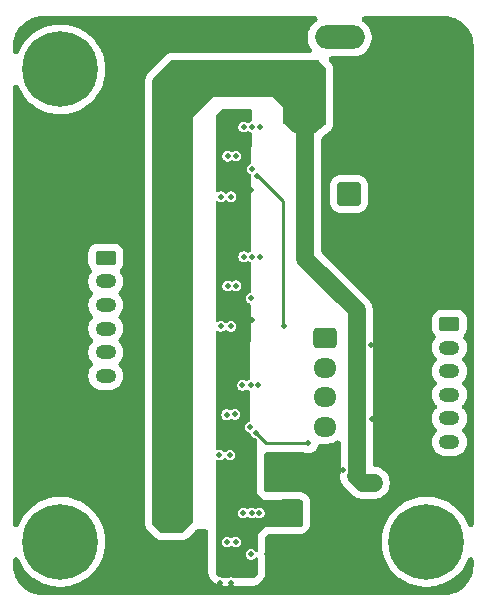
<source format=gbl>
G04 #@! TF.GenerationSoftware,KiCad,Pcbnew,9.0.4*
G04 #@! TF.CreationDate,2025-09-21T20:32:14-07:00*
G04 #@! TF.ProjectId,stepper_juicer_v1,73746570-7065-4725-9f6a-75696365725f,rev?*
G04 #@! TF.SameCoordinates,Original*
G04 #@! TF.FileFunction,Copper,L4,Bot*
G04 #@! TF.FilePolarity,Positive*
%FSLAX46Y46*%
G04 Gerber Fmt 4.6, Leading zero omitted, Abs format (unit mm)*
G04 Created by KiCad (PCBNEW 9.0.4) date 2025-09-21 20:32:14*
%MOMM*%
%LPD*%
G01*
G04 APERTURE LIST*
G04 Aperture macros list*
%AMRoundRect*
0 Rectangle with rounded corners*
0 $1 Rounding radius*
0 $2 $3 $4 $5 $6 $7 $8 $9 X,Y pos of 4 corners*
0 Add a 4 corners polygon primitive as box body*
4,1,4,$2,$3,$4,$5,$6,$7,$8,$9,$2,$3,0*
0 Add four circle primitives for the rounded corners*
1,1,$1+$1,$2,$3*
1,1,$1+$1,$4,$5*
1,1,$1+$1,$6,$7*
1,1,$1+$1,$8,$9*
0 Add four rect primitives between the rounded corners*
20,1,$1+$1,$2,$3,$4,$5,0*
20,1,$1+$1,$4,$5,$6,$7,0*
20,1,$1+$1,$6,$7,$8,$9,0*
20,1,$1+$1,$8,$9,$2,$3,0*%
G04 Aperture macros list end*
G04 #@! TA.AperFunction,ComponentPad*
%ADD10C,6.400000*%
G04 #@! TD*
G04 #@! TA.AperFunction,ComponentPad*
%ADD11R,2.000000X4.600000*%
G04 #@! TD*
G04 #@! TA.AperFunction,ComponentPad*
%ADD12O,2.000000X4.200000*%
G04 #@! TD*
G04 #@! TA.AperFunction,ComponentPad*
%ADD13O,4.200000X2.000000*%
G04 #@! TD*
G04 #@! TA.AperFunction,ComponentPad*
%ADD14O,1.750000X1.200000*%
G04 #@! TD*
G04 #@! TA.AperFunction,ComponentPad*
%ADD15RoundRect,0.250000X-0.625000X0.350000X-0.625000X-0.350000X0.625000X-0.350000X0.625000X0.350000X0*%
G04 #@! TD*
G04 #@! TA.AperFunction,ComponentPad*
%ADD16C,2.000000*%
G04 #@! TD*
G04 #@! TA.AperFunction,ComponentPad*
%ADD17RoundRect,0.250000X-0.750000X0.750000X-0.750000X-0.750000X0.750000X-0.750000X0.750000X0.750000X0*%
G04 #@! TD*
G04 #@! TA.AperFunction,SMDPad,CuDef*
%ADD18C,1.000000*%
G04 #@! TD*
G04 #@! TA.AperFunction,ComponentPad*
%ADD19RoundRect,0.250000X-0.725000X0.600000X-0.725000X-0.600000X0.725000X-0.600000X0.725000X0.600000X0*%
G04 #@! TD*
G04 #@! TA.AperFunction,ComponentPad*
%ADD20O,1.950000X1.700000*%
G04 #@! TD*
G04 #@! TA.AperFunction,ViaPad*
%ADD21C,0.500000*%
G04 #@! TD*
G04 #@! TA.AperFunction,Conductor*
%ADD22C,1.500000*%
G04 #@! TD*
G04 #@! TA.AperFunction,Conductor*
%ADD23C,0.250000*%
G04 #@! TD*
G04 APERTURE END LIST*
D10*
X135500000Y-115000000D03*
D11*
X125250000Y-77100000D03*
D12*
X131550000Y-77100000D03*
D13*
X128150000Y-72300000D03*
D10*
X104500000Y-115000000D03*
D14*
X108350000Y-100950000D03*
X108350000Y-98950000D03*
X108350000Y-96950000D03*
X108350000Y-94950000D03*
X108350000Y-92950000D03*
D15*
X108350000Y-90950000D03*
D10*
X104500000Y-75000000D03*
D16*
X128950000Y-90550000D03*
D17*
X128950000Y-85550000D03*
D14*
X137450000Y-106550000D03*
X137450000Y-104550000D03*
X137450000Y-102550000D03*
X137450000Y-100550000D03*
X137450000Y-98550000D03*
D15*
X137450000Y-96550000D03*
D18*
X119100000Y-83950000D03*
X131150000Y-82050000D03*
X125250000Y-81950000D03*
D19*
X126900000Y-97750000D03*
D20*
X126900000Y-100250000D03*
X126900000Y-102750000D03*
X126900000Y-105250000D03*
D21*
X123500000Y-72500000D03*
X118500000Y-72500000D03*
X113500000Y-72500000D03*
X108500000Y-72500000D03*
X103499999Y-79980215D03*
X103500000Y-85000000D03*
X103500000Y-90000000D03*
X103500000Y-95000000D03*
X103500000Y-100000000D03*
X103500000Y-105000000D03*
X103500000Y-110000000D03*
X108500000Y-112500000D03*
X108500000Y-117500000D03*
X131000000Y-117500000D03*
X133500000Y-110000000D03*
X138500000Y-110000000D03*
X133500000Y-72500000D03*
X133500000Y-82500000D03*
X133500000Y-87500000D03*
X133500000Y-92500000D03*
X138500000Y-92500000D03*
X138500000Y-87500000D03*
X138500000Y-82500000D03*
X138500000Y-77500000D03*
X138500000Y-72500000D03*
X124650000Y-111750000D03*
X124650000Y-113400000D03*
X124650000Y-112550000D03*
X126400000Y-116650000D03*
X126400000Y-115600000D03*
X125400000Y-115600000D03*
X128400000Y-108900000D03*
X127350000Y-108000000D03*
X127400000Y-108900000D03*
X130300000Y-110000000D03*
X129500000Y-110000000D03*
X131050000Y-110000000D03*
X130500000Y-91500000D03*
X130500000Y-90500000D03*
X131500000Y-89500000D03*
X130500000Y-89500000D03*
X131500000Y-91500000D03*
X131500000Y-90500000D03*
X134000000Y-78500000D03*
X133000000Y-76500000D03*
X135000000Y-75496510D03*
X134042718Y-76486844D03*
X134000000Y-75500000D03*
X133000000Y-78500000D03*
X135000000Y-77500000D03*
X135000000Y-78500000D03*
X135000000Y-76500000D03*
X134000000Y-77500000D03*
X133000000Y-77500000D03*
X133000000Y-75500000D03*
X130800000Y-98300000D03*
X130850000Y-104600000D03*
X121180164Y-84000000D03*
X123400000Y-96750000D03*
X121087500Y-105787500D03*
X125500000Y-106650000D03*
X118750000Y-79025000D03*
X120725000Y-79875000D03*
X113725000Y-79275000D03*
X118050000Y-79925000D03*
X120025000Y-79875000D03*
X115275000Y-78625000D03*
X115275000Y-79275000D03*
X118050000Y-79025000D03*
X114525000Y-78625000D03*
X114525000Y-79275000D03*
X118750000Y-79925000D03*
X113725000Y-78624997D03*
X120750870Y-83419513D03*
X118075000Y-85775000D03*
X118950000Y-85775000D03*
X121375000Y-79875000D03*
X120650000Y-85250000D03*
X118675000Y-82350000D03*
X119375000Y-82331233D03*
X118750000Y-90000000D03*
X120725000Y-90850000D03*
X113725000Y-90250000D03*
X118050000Y-90900000D03*
X120025000Y-90850000D03*
X115275000Y-89600000D03*
X115275000Y-90250000D03*
X118050000Y-90000000D03*
X114525000Y-89600000D03*
X114525000Y-90250000D03*
X118750000Y-90900000D03*
X113725000Y-89599997D03*
X120661461Y-94389683D03*
X118075000Y-96750000D03*
X118950000Y-96750000D03*
X121375000Y-90850000D03*
X120750000Y-96200000D03*
X118675000Y-93325000D03*
X119375000Y-93306233D03*
X113625000Y-101150000D03*
X113625000Y-100499997D03*
X115175000Y-101150000D03*
X114425000Y-100500000D03*
X115175000Y-100500000D03*
X114425000Y-101150000D03*
X117950000Y-101800000D03*
X117950000Y-100900000D03*
X118650000Y-101800000D03*
X118650000Y-100900000D03*
X119925000Y-101750000D03*
X120625000Y-101750000D03*
X120580636Y-105269874D03*
X117975000Y-107650000D03*
X118850000Y-107650000D03*
X121275000Y-101750000D03*
X120600000Y-107100000D03*
X118575000Y-104225000D03*
X119275000Y-104206233D03*
X115250000Y-111300000D03*
X115250000Y-111950000D03*
X114500000Y-111950000D03*
X113700000Y-111950000D03*
X113700000Y-111299997D03*
X114500000Y-111300000D03*
X120700000Y-112550000D03*
X118925000Y-118450000D03*
X119350000Y-115006233D03*
X121350000Y-112550000D03*
X118650000Y-115025000D03*
X120634290Y-116063247D03*
X120000000Y-112550000D03*
X118050000Y-118450000D03*
X120700000Y-117825000D03*
X118725000Y-111700000D03*
X118025000Y-112600000D03*
X118025000Y-111700000D03*
X118725000Y-112600000D03*
D22*
X130100000Y-110000000D02*
X131050000Y-110000000D01*
X129549236Y-109449236D02*
X130100000Y-110000000D01*
X129599000Y-97802529D02*
X129599000Y-98797471D01*
X129601000Y-97800529D02*
X129599000Y-97802529D01*
X129601000Y-98799471D02*
X129601000Y-109397471D01*
X129601000Y-95398976D02*
X129601000Y-97800529D01*
X129599000Y-98797471D02*
X129601000Y-98799471D01*
X125250000Y-91047976D02*
X129601000Y-95398976D01*
X129601000Y-109397471D02*
X129549236Y-109449236D01*
X125250000Y-77100000D02*
X125250000Y-91047976D01*
D23*
X121241590Y-84000000D02*
X121180164Y-84000000D01*
X123350000Y-96700000D02*
X123350000Y-86108410D01*
X123400000Y-96750000D02*
X123350000Y-96700000D01*
X123350000Y-86108410D02*
X121241590Y-84000000D01*
X125500000Y-106650000D02*
X121950000Y-106650000D01*
X121950000Y-106650000D02*
X121087500Y-105787500D01*
G04 #@! TA.AperFunction,Conductor*
G36*
X126132810Y-70519454D02*
G01*
X126213592Y-70573430D01*
X126267568Y-70654212D01*
X126286522Y-70749500D01*
X126267568Y-70844788D01*
X126213592Y-70925570D01*
X126183881Y-70950945D01*
X126007347Y-71079204D01*
X125829204Y-71257347D01*
X125681134Y-71461148D01*
X125681131Y-71461153D01*
X125681130Y-71461155D01*
X125613947Y-71593010D01*
X125566757Y-71685625D01*
X125488909Y-71925217D01*
X125449500Y-72174028D01*
X125449500Y-72425971D01*
X125488909Y-72674782D01*
X125507927Y-72733315D01*
X125566759Y-72914379D01*
X125681130Y-73138845D01*
X125681133Y-73138849D01*
X125681134Y-73138851D01*
X125743101Y-73224141D01*
X125783776Y-73312372D01*
X125787590Y-73409452D01*
X125753964Y-73500602D01*
X125688015Y-73571945D01*
X125599784Y-73612620D01*
X125541656Y-73619500D01*
X113907088Y-73619500D01*
X113838249Y-73623425D01*
X113838221Y-73623428D01*
X113810250Y-73626629D01*
X113810241Y-73626630D01*
X113728283Y-73641783D01*
X113581646Y-73700791D01*
X113520749Y-73735134D01*
X113508315Y-73742342D01*
X113508305Y-73742349D01*
X113384238Y-73840278D01*
X111900194Y-75365547D01*
X111860360Y-75410792D01*
X111845025Y-75430065D01*
X111845009Y-75430087D01*
X111802220Y-75491254D01*
X111802213Y-75491266D01*
X111738083Y-75635718D01*
X111738081Y-75635724D01*
X111718298Y-75702768D01*
X111714393Y-75716612D01*
X111714390Y-75716624D01*
X111693556Y-75873296D01*
X111693556Y-75873299D01*
X111644571Y-113420473D01*
X111649072Y-113494959D01*
X111649074Y-113494975D01*
X111652789Y-113525266D01*
X111670100Y-113612614D01*
X111731673Y-113758190D01*
X111731676Y-113758196D01*
X111767051Y-113818428D01*
X111774507Y-113830782D01*
X111874593Y-113953108D01*
X111874595Y-113953111D01*
X112624611Y-114657671D01*
X112624655Y-114657711D01*
X112638810Y-114669837D01*
X112666700Y-114693732D01*
X112679682Y-114703863D01*
X112684562Y-114707671D01*
X112741917Y-114747335D01*
X112741918Y-114747335D01*
X112741922Y-114747338D01*
X112886475Y-114811287D01*
X112953514Y-114830972D01*
X112967393Y-114834868D01*
X113124108Y-114855500D01*
X113124109Y-114855500D01*
X114778200Y-114855500D01*
X114778217Y-114855500D01*
X114839329Y-114852408D01*
X114864229Y-114849882D01*
X114938783Y-114837580D01*
X115086891Y-114782359D01*
X115148612Y-114749614D01*
X115161263Y-114742708D01*
X115287814Y-114647997D01*
X115874306Y-114075437D01*
X115930245Y-114020827D01*
X116011670Y-113967825D01*
X116104186Y-113950000D01*
X116795500Y-113950000D01*
X116890788Y-113968954D01*
X116971570Y-114022930D01*
X117025546Y-114103712D01*
X117044500Y-114199000D01*
X117044500Y-117652382D01*
X117047058Y-117707980D01*
X117047059Y-117708006D01*
X117049148Y-117730651D01*
X117049149Y-117730661D01*
X117059606Y-117799932D01*
X117112104Y-117949002D01*
X117112111Y-117949018D01*
X117143735Y-118011351D01*
X117150388Y-118024089D01*
X117150390Y-118024092D01*
X117150395Y-118024101D01*
X117242778Y-118152361D01*
X117452767Y-118375474D01*
X117506671Y-118426151D01*
X117529929Y-118445481D01*
X117601803Y-118496838D01*
X117746356Y-118560787D01*
X117813395Y-118580472D01*
X117827274Y-118584368D01*
X117983989Y-118605000D01*
X117983995Y-118605000D01*
X117984603Y-118605080D01*
X118031643Y-118615996D01*
X118039609Y-118618681D01*
X118159290Y-118668255D01*
X118221290Y-118684868D01*
X118221291Y-118684868D01*
X118378006Y-118705500D01*
X118596988Y-118705500D01*
X118596994Y-118705500D01*
X118683167Y-118699337D01*
X118718102Y-118694314D01*
X118816315Y-118671720D01*
X118822545Y-118668784D01*
X118861047Y-118659197D01*
X118898752Y-118646834D01*
X118906461Y-118647889D01*
X118916819Y-118645311D01*
X118995628Y-118654195D01*
X119010093Y-118658232D01*
X119034290Y-118668255D01*
X119096290Y-118684868D01*
X119096291Y-118684868D01*
X119253006Y-118705500D01*
X120808754Y-118705500D01*
X120808755Y-118705500D01*
X120808760Y-118705499D01*
X120808774Y-118705499D01*
X120839691Y-118703652D01*
X120880825Y-118701196D01*
X120910130Y-118697683D01*
X120995117Y-118681263D01*
X121141117Y-118620688D01*
X121201605Y-118585718D01*
X121213995Y-118578357D01*
X121337014Y-118479103D01*
X121635537Y-118165653D01*
X121673480Y-118121785D01*
X121688128Y-118103112D01*
X121720545Y-118056268D01*
X121729329Y-118043575D01*
X121729331Y-118043571D01*
X121729334Y-118043567D01*
X121793011Y-117898893D01*
X121812570Y-117831816D01*
X121816439Y-117817934D01*
X121836777Y-117661181D01*
X121834403Y-116395747D01*
X121825923Y-116295895D01*
X121819101Y-116255565D01*
X121789392Y-116144918D01*
X121785746Y-116131338D01*
X121787009Y-116130998D01*
X121772361Y-116049940D01*
X121787353Y-115969112D01*
X121789374Y-115963559D01*
X121789381Y-115963544D01*
X121808940Y-115896467D01*
X121812809Y-115882585D01*
X121833147Y-115725832D01*
X121831171Y-114673194D01*
X121831430Y-114671880D01*
X121831180Y-114670563D01*
X121840813Y-114624244D01*
X121849947Y-114577874D01*
X121850689Y-114576758D01*
X121850963Y-114575443D01*
X121877589Y-114536335D01*
X121903771Y-114496991D01*
X121905513Y-114495260D01*
X121975068Y-114426904D01*
X122056316Y-114373633D01*
X122149599Y-114355500D01*
X124769776Y-114355500D01*
X124774819Y-114355163D01*
X124850311Y-114350120D01*
X124883001Y-114345733D01*
X124940298Y-114333401D01*
X124975943Y-114325730D01*
X124975944Y-114325729D01*
X124975946Y-114325729D01*
X125120180Y-114261062D01*
X125179659Y-114224400D01*
X125191837Y-114216692D01*
X125312009Y-114114008D01*
X125468234Y-113940424D01*
X125499474Y-113902758D01*
X125511620Y-113886846D01*
X125547338Y-113834602D01*
X125549031Y-113830777D01*
X125611286Y-113690051D01*
X125611287Y-113690049D01*
X125630972Y-113623010D01*
X125634868Y-113609131D01*
X125655500Y-113452416D01*
X125655500Y-111655684D01*
X125649869Y-111573298D01*
X125645278Y-111539870D01*
X125624443Y-111445198D01*
X125558887Y-111301366D01*
X125521859Y-111242115D01*
X125514076Y-111229985D01*
X125410653Y-111110448D01*
X125262928Y-110979137D01*
X125262924Y-110979134D01*
X125262912Y-110979123D01*
X125224637Y-110947805D01*
X125208465Y-110935641D01*
X125208454Y-110935633D01*
X125155485Y-110900002D01*
X125155480Y-110899999D01*
X125155478Y-110899998D01*
X125153287Y-110899049D01*
X125149830Y-110897553D01*
X125142911Y-110894431D01*
X125135970Y-110891171D01*
X125076601Y-110858695D01*
X125050353Y-110850965D01*
X125037477Y-110844919D01*
X124946063Y-110818870D01*
X124946051Y-110818867D01*
X124943226Y-110818062D01*
X124929321Y-110814278D01*
X124925565Y-110813813D01*
X124925553Y-110813811D01*
X124919777Y-110813098D01*
X124911770Y-110811977D01*
X124897643Y-110809763D01*
X124897642Y-110809763D01*
X124817414Y-110797190D01*
X124799326Y-110798220D01*
X124785786Y-110796547D01*
X124772446Y-110794900D01*
X124772444Y-110794900D01*
X122041479Y-110816747D01*
X121995602Y-110808002D01*
X121949572Y-110799954D01*
X121947940Y-110798917D01*
X121946042Y-110798556D01*
X121867558Y-110747870D01*
X121832571Y-110714473D01*
X121776731Y-110634968D01*
X121755567Y-110540146D01*
X121755500Y-110534358D01*
X121755500Y-107624500D01*
X121774454Y-107529212D01*
X121828430Y-107448430D01*
X121909212Y-107394454D01*
X122004500Y-107375500D01*
X124982001Y-107375500D01*
X125077289Y-107394454D01*
X125094792Y-107402732D01*
X125151917Y-107426394D01*
X125251918Y-107467816D01*
X125416233Y-107500500D01*
X125416235Y-107500500D01*
X125583765Y-107500500D01*
X125583767Y-107500500D01*
X125748082Y-107467816D01*
X125902863Y-107403703D01*
X126042162Y-107310626D01*
X126160626Y-107192162D01*
X126253703Y-107052863D01*
X126317816Y-106898082D01*
X126319687Y-106888672D01*
X126356866Y-106798914D01*
X126425565Y-106730215D01*
X126515324Y-106693035D01*
X126602856Y-106691316D01*
X126617588Y-106693649D01*
X126660843Y-106700500D01*
X126660847Y-106700500D01*
X127139153Y-106700500D01*
X127139157Y-106700500D01*
X127364660Y-106664784D01*
X127581799Y-106594231D01*
X127785228Y-106490579D01*
X127855142Y-106439783D01*
X127943371Y-106399108D01*
X128040451Y-106395293D01*
X128131601Y-106428920D01*
X128202944Y-106494868D01*
X128243620Y-106583099D01*
X128250500Y-106641228D01*
X128250500Y-109036587D01*
X128246537Y-109080837D01*
X128243534Y-109097461D01*
X128231990Y-109132993D01*
X128231988Y-109133000D01*
X128231987Y-109133006D01*
X128216342Y-109231789D01*
X128198736Y-109342949D01*
X128198736Y-109342955D01*
X128198735Y-109342962D01*
X128198735Y-109345543D01*
X128198735Y-109345544D01*
X128198736Y-109417049D01*
X128198736Y-109555527D01*
X128198739Y-109555554D01*
X128212829Y-109644505D01*
X128212829Y-109644506D01*
X128231989Y-109765478D01*
X128231991Y-109765487D01*
X128266576Y-109871926D01*
X128296317Y-109963459D01*
X128297427Y-109967096D01*
X128299250Y-109971099D01*
X128301579Y-109975305D01*
X128340536Y-110051759D01*
X128394185Y-110157052D01*
X128394189Y-110157058D01*
X128394192Y-110157063D01*
X128439130Y-110218913D01*
X128439462Y-110219371D01*
X128439496Y-110219417D01*
X128439497Y-110219420D01*
X128519134Y-110329030D01*
X128545594Y-110355489D01*
X128545598Y-110355496D01*
X128545600Y-110355495D01*
X129069893Y-110879788D01*
X129069893Y-110879789D01*
X129220201Y-111030098D01*
X129220212Y-111030107D01*
X129360707Y-111132183D01*
X129360708Y-111132183D01*
X129378088Y-111144809D01*
X129392184Y-111155051D01*
X129581588Y-111251557D01*
X129783757Y-111317246D01*
X129857601Y-111328941D01*
X129993703Y-111350499D01*
X129993710Y-111350499D01*
X129993713Y-111350500D01*
X129993716Y-111350500D01*
X131156284Y-111350500D01*
X131156287Y-111350500D01*
X131156290Y-111350499D01*
X131156296Y-111350499D01*
X131255476Y-111334789D01*
X131366243Y-111317246D01*
X131568412Y-111251557D01*
X131757816Y-111155051D01*
X131929792Y-111030104D01*
X132080104Y-110879792D01*
X132205051Y-110707816D01*
X132301557Y-110518412D01*
X132367246Y-110316243D01*
X132400500Y-110106287D01*
X132400500Y-109893713D01*
X132400499Y-109893710D01*
X132400499Y-109893703D01*
X132367246Y-109683759D01*
X132367246Y-109683757D01*
X132301557Y-109481588D01*
X132205051Y-109292184D01*
X132080104Y-109120208D01*
X131929792Y-108969896D01*
X131757816Y-108844949D01*
X131568412Y-108748443D01*
X131568409Y-108748442D01*
X131568407Y-108748441D01*
X131366240Y-108682753D01*
X131161547Y-108650332D01*
X131070397Y-108616705D01*
X130999054Y-108550756D01*
X130958380Y-108462525D01*
X130951500Y-108404398D01*
X130951500Y-98693177D01*
X130950733Y-98683431D01*
X130951264Y-98683389D01*
X130949500Y-98660959D01*
X130949500Y-97939042D01*
X130951265Y-97916615D01*
X130950732Y-97916574D01*
X130951500Y-97906814D01*
X130951500Y-96126049D01*
X135974500Y-96126049D01*
X135974500Y-96973950D01*
X135974501Y-96973982D01*
X135977315Y-97015482D01*
X135977316Y-97015491D01*
X135977317Y-97015495D01*
X135990623Y-97068998D01*
X136021963Y-97195024D01*
X136021964Y-97195025D01*
X136104155Y-97360748D01*
X136104159Y-97360754D01*
X136221778Y-97507077D01*
X136266704Y-97593220D01*
X136275246Y-97689999D01*
X136246101Y-97782679D01*
X136229150Y-97809437D01*
X136148240Y-97920801D01*
X136084811Y-98045288D01*
X136062451Y-98089172D01*
X136004059Y-98268885D01*
X135974501Y-98455507D01*
X135974500Y-98455523D01*
X135974500Y-98644476D01*
X135974501Y-98644492D01*
X136004059Y-98831114D01*
X136004060Y-98831118D01*
X136062453Y-99010832D01*
X136148240Y-99179199D01*
X136259310Y-99332073D01*
X136301170Y-99373933D01*
X136355144Y-99454712D01*
X136374098Y-99550000D01*
X136355144Y-99645288D01*
X136301170Y-99726066D01*
X136259310Y-99767927D01*
X136259306Y-99767931D01*
X136170454Y-99890226D01*
X136148240Y-99920801D01*
X136084811Y-100045288D01*
X136062451Y-100089172D01*
X136004059Y-100268885D01*
X135974501Y-100455507D01*
X135974500Y-100455523D01*
X135974500Y-100644476D01*
X135974501Y-100644492D01*
X136004059Y-100831114D01*
X136004060Y-100831118D01*
X136062453Y-101010832D01*
X136148240Y-101179199D01*
X136259310Y-101332073D01*
X136301170Y-101373933D01*
X136355144Y-101454712D01*
X136374098Y-101550000D01*
X136355144Y-101645288D01*
X136301170Y-101726066D01*
X136259310Y-101767927D01*
X136259306Y-101767931D01*
X136148241Y-101920800D01*
X136062451Y-102089172D01*
X136004059Y-102268885D01*
X135974501Y-102455507D01*
X135974500Y-102455523D01*
X135974500Y-102644476D01*
X135974501Y-102644492D01*
X136004059Y-102831114D01*
X136004060Y-102831118D01*
X136062453Y-103010832D01*
X136148240Y-103179199D01*
X136259310Y-103332073D01*
X136301170Y-103373933D01*
X136355144Y-103454712D01*
X136374098Y-103550000D01*
X136355144Y-103645288D01*
X136301170Y-103726066D01*
X136259310Y-103767927D01*
X136259306Y-103767931D01*
X136148241Y-103920800D01*
X136062451Y-104089172D01*
X136004059Y-104268885D01*
X135974501Y-104455507D01*
X135974500Y-104455523D01*
X135974500Y-104644476D01*
X135974501Y-104644492D01*
X136004059Y-104831114D01*
X136004060Y-104831118D01*
X136062453Y-105010832D01*
X136148240Y-105179199D01*
X136259310Y-105332073D01*
X136301170Y-105373933D01*
X136355144Y-105454712D01*
X136374098Y-105550000D01*
X136355144Y-105645288D01*
X136301170Y-105726066D01*
X136259310Y-105767927D01*
X136259306Y-105767931D01*
X136192410Y-105860006D01*
X136148240Y-105920801D01*
X136092100Y-106030982D01*
X136062451Y-106089172D01*
X136004059Y-106268885D01*
X135974501Y-106455507D01*
X135974500Y-106455523D01*
X135974500Y-106644476D01*
X135974501Y-106644492D01*
X135988641Y-106733767D01*
X136004060Y-106831118D01*
X136062453Y-107010832D01*
X136148240Y-107179199D01*
X136259310Y-107332073D01*
X136392927Y-107465690D01*
X136545801Y-107576760D01*
X136714168Y-107662547D01*
X136893882Y-107720940D01*
X137080519Y-107750500D01*
X137080523Y-107750500D01*
X137819477Y-107750500D01*
X137819481Y-107750500D01*
X138006118Y-107720940D01*
X138185832Y-107662547D01*
X138354199Y-107576760D01*
X138507073Y-107465690D01*
X138640690Y-107332073D01*
X138751760Y-107179199D01*
X138837547Y-107010832D01*
X138895940Y-106831118D01*
X138925500Y-106644481D01*
X138925500Y-106455519D01*
X138895940Y-106268882D01*
X138837547Y-106089168D01*
X138751760Y-105920801D01*
X138640690Y-105767927D01*
X138598829Y-105726066D01*
X138544856Y-105645288D01*
X138525902Y-105550000D01*
X138544856Y-105454712D01*
X138598829Y-105373933D01*
X138640690Y-105332073D01*
X138751760Y-105179199D01*
X138837547Y-105010832D01*
X138895940Y-104831118D01*
X138925500Y-104644481D01*
X138925500Y-104455519D01*
X138895940Y-104268882D01*
X138837547Y-104089168D01*
X138751760Y-103920801D01*
X138640690Y-103767927D01*
X138598829Y-103726066D01*
X138544856Y-103645288D01*
X138525902Y-103550000D01*
X138544856Y-103454712D01*
X138598829Y-103373933D01*
X138640690Y-103332073D01*
X138751760Y-103179199D01*
X138837547Y-103010832D01*
X138895940Y-102831118D01*
X138925500Y-102644481D01*
X138925500Y-102455519D01*
X138895940Y-102268882D01*
X138837547Y-102089168D01*
X138751760Y-101920801D01*
X138640690Y-101767927D01*
X138598829Y-101726066D01*
X138544856Y-101645288D01*
X138525902Y-101550000D01*
X138544856Y-101454712D01*
X138598829Y-101373933D01*
X138640690Y-101332073D01*
X138751760Y-101179199D01*
X138837547Y-101010832D01*
X138895940Y-100831118D01*
X138925500Y-100644481D01*
X138925500Y-100455519D01*
X138895940Y-100268882D01*
X138837547Y-100089168D01*
X138751760Y-99920801D01*
X138640690Y-99767927D01*
X138598829Y-99726066D01*
X138544856Y-99645288D01*
X138525902Y-99550000D01*
X138544856Y-99454712D01*
X138598829Y-99373933D01*
X138640690Y-99332073D01*
X138751760Y-99179199D01*
X138837547Y-99010832D01*
X138895940Y-98831118D01*
X138925500Y-98644481D01*
X138925500Y-98455519D01*
X138895940Y-98268882D01*
X138837547Y-98089168D01*
X138751760Y-97920801D01*
X138670849Y-97809437D01*
X138630175Y-97721206D01*
X138626361Y-97624126D01*
X138659988Y-97532976D01*
X138678222Y-97507077D01*
X138679940Y-97504940D01*
X138795842Y-97360753D01*
X138878037Y-97195021D01*
X138922683Y-97015495D01*
X138925500Y-96973954D01*
X138925500Y-96126046D01*
X138922683Y-96084505D01*
X138878037Y-95904979D01*
X138878036Y-95904978D01*
X138878036Y-95904975D01*
X138878035Y-95904974D01*
X138795844Y-95739251D01*
X138795843Y-95739250D01*
X138795842Y-95739247D01*
X138679940Y-95595060D01*
X138535753Y-95479158D01*
X138535751Y-95479157D01*
X138535748Y-95479155D01*
X138370025Y-95396964D01*
X138370024Y-95396963D01*
X138262305Y-95370175D01*
X138190495Y-95352317D01*
X138190491Y-95352316D01*
X138190482Y-95352315D01*
X138148982Y-95349501D01*
X138148957Y-95349500D01*
X138148954Y-95349500D01*
X136751046Y-95349500D01*
X136751042Y-95349500D01*
X136751017Y-95349501D01*
X136709517Y-95352315D01*
X136709506Y-95352316D01*
X136709505Y-95352317D01*
X136673599Y-95361246D01*
X136529975Y-95396963D01*
X136529974Y-95396964D01*
X136364251Y-95479155D01*
X136364245Y-95479159D01*
X136220064Y-95595056D01*
X136220056Y-95595064D01*
X136104159Y-95739245D01*
X136104155Y-95739251D01*
X136021964Y-95904974D01*
X136021963Y-95904975D01*
X135977317Y-96084506D01*
X135977315Y-96084517D01*
X135974501Y-96126017D01*
X135974500Y-96126049D01*
X130951500Y-96126049D01*
X130951500Y-95292691D01*
X130951499Y-95292679D01*
X130918246Y-95082735D01*
X130918246Y-95082733D01*
X130852557Y-94880564D01*
X130756051Y-94691160D01*
X130631104Y-94519184D01*
X130480792Y-94368872D01*
X130480791Y-94368871D01*
X126673430Y-90561510D01*
X126619454Y-90480728D01*
X126600500Y-90385440D01*
X126600500Y-84726049D01*
X127349500Y-84726049D01*
X127349500Y-86373950D01*
X127349501Y-86373982D01*
X127352315Y-86415482D01*
X127352317Y-86415493D01*
X127396963Y-86595024D01*
X127396964Y-86595025D01*
X127479155Y-86760748D01*
X127479157Y-86760751D01*
X127479158Y-86760753D01*
X127595060Y-86904940D01*
X127739247Y-87020842D01*
X127739250Y-87020843D01*
X127739251Y-87020844D01*
X127904974Y-87103035D01*
X127904975Y-87103036D01*
X127904978Y-87103036D01*
X127904979Y-87103037D01*
X128084505Y-87147683D01*
X128084515Y-87147683D01*
X128084517Y-87147684D01*
X128119700Y-87150069D01*
X128126046Y-87150500D01*
X128126050Y-87150500D01*
X129773950Y-87150500D01*
X129773954Y-87150500D01*
X129793108Y-87149201D01*
X129815482Y-87147684D01*
X129815483Y-87147683D01*
X129815495Y-87147683D01*
X129995021Y-87103037D01*
X129995022Y-87103036D01*
X129995024Y-87103036D01*
X129995025Y-87103035D01*
X130160753Y-87020842D01*
X130304940Y-86904940D01*
X130420842Y-86760753D01*
X130503037Y-86595021D01*
X130547683Y-86415495D01*
X130550500Y-86373954D01*
X130550500Y-84726046D01*
X130547683Y-84684505D01*
X130503037Y-84504979D01*
X130503036Y-84504978D01*
X130503036Y-84504975D01*
X130503035Y-84504974D01*
X130420844Y-84339251D01*
X130420843Y-84339250D01*
X130420842Y-84339247D01*
X130304940Y-84195060D01*
X130160753Y-84079158D01*
X130160751Y-84079157D01*
X130160748Y-84079155D01*
X129995025Y-83996964D01*
X129995024Y-83996963D01*
X129887305Y-83970175D01*
X129815495Y-83952317D01*
X129815491Y-83952316D01*
X129815482Y-83952315D01*
X129773982Y-83949501D01*
X129773957Y-83949500D01*
X129773954Y-83949500D01*
X128126046Y-83949500D01*
X128126042Y-83949500D01*
X128126017Y-83949501D01*
X128084517Y-83952315D01*
X128084506Y-83952316D01*
X128084505Y-83952317D01*
X128048599Y-83961246D01*
X127904975Y-83996963D01*
X127904974Y-83996964D01*
X127739251Y-84079155D01*
X127739245Y-84079159D01*
X127595064Y-84195056D01*
X127595056Y-84195064D01*
X127479159Y-84339245D01*
X127479155Y-84339251D01*
X127396964Y-84504974D01*
X127396963Y-84504975D01*
X127352317Y-84684506D01*
X127352315Y-84684517D01*
X127349501Y-84726017D01*
X127349500Y-84726049D01*
X126600500Y-84726049D01*
X126600500Y-80881746D01*
X126619454Y-80786458D01*
X126673430Y-80705676D01*
X126691807Y-80689045D01*
X127312950Y-80180838D01*
X127381488Y-80115145D01*
X127407279Y-80086216D01*
X127472338Y-79998425D01*
X127536287Y-79853872D01*
X127555972Y-79786833D01*
X127559868Y-79772954D01*
X127580500Y-79616239D01*
X127580500Y-74924943D01*
X127577637Y-74866132D01*
X127575297Y-74842154D01*
X127563776Y-74769772D01*
X127509679Y-74621250D01*
X127477403Y-74559284D01*
X127477387Y-74559254D01*
X127470596Y-74546584D01*
X127376856Y-74419332D01*
X127376853Y-74419329D01*
X127376848Y-74419322D01*
X127283347Y-74322080D01*
X127230967Y-74240260D01*
X127213885Y-74144618D01*
X127234703Y-74049720D01*
X127290253Y-73970012D01*
X127372077Y-73917630D01*
X127462837Y-73900500D01*
X129375959Y-73900500D01*
X129375962Y-73900500D01*
X129375965Y-73900499D01*
X129375971Y-73900499D01*
X129493513Y-73881881D01*
X129624785Y-73861090D01*
X129864379Y-73783241D01*
X130088845Y-73668870D01*
X130292656Y-73520793D01*
X130470793Y-73342656D01*
X130618870Y-73138845D01*
X130733241Y-72914379D01*
X130811090Y-72674785D01*
X130831881Y-72543513D01*
X130850499Y-72425971D01*
X130850500Y-72425959D01*
X130850500Y-72174040D01*
X130850499Y-72174028D01*
X130824951Y-72012729D01*
X130811090Y-71925215D01*
X130733241Y-71685621D01*
X130618870Y-71461155D01*
X130470793Y-71257344D01*
X130292656Y-71079207D01*
X130292652Y-71079204D01*
X130116119Y-70950945D01*
X130050170Y-70879602D01*
X130016544Y-70788452D01*
X130020358Y-70691372D01*
X130061033Y-70603141D01*
X130132376Y-70537192D01*
X130223526Y-70503566D01*
X130262478Y-70500500D01*
X136934108Y-70500500D01*
X136992472Y-70500500D01*
X137007505Y-70500954D01*
X137020011Y-70501710D01*
X137286261Y-70517815D01*
X137316088Y-70521437D01*
X137583363Y-70570417D01*
X137612546Y-70577610D01*
X137871956Y-70658446D01*
X137900059Y-70669103D01*
X138147845Y-70780623D01*
X138174464Y-70794594D01*
X138406989Y-70935161D01*
X138431734Y-70952241D01*
X138645616Y-71119806D01*
X138668123Y-71139745D01*
X138860254Y-71331876D01*
X138880193Y-71354383D01*
X139047758Y-71568265D01*
X139064838Y-71593010D01*
X139205405Y-71825535D01*
X139219379Y-71852160D01*
X139330893Y-72099934D01*
X139341555Y-72128049D01*
X139422387Y-72387448D01*
X139429583Y-72416642D01*
X139478560Y-72683899D01*
X139482185Y-72713749D01*
X139499046Y-72992494D01*
X139499500Y-73007528D01*
X139499500Y-113472656D01*
X139480546Y-113567944D01*
X139426570Y-113648726D01*
X139345788Y-113702702D01*
X139250500Y-113721656D01*
X139155212Y-113702702D01*
X139074430Y-113648726D01*
X139020454Y-113567944D01*
X138939755Y-113373119D01*
X138939749Y-113373108D01*
X138763730Y-113043798D01*
X138556268Y-112733311D01*
X138319383Y-112444665D01*
X138319381Y-112444662D01*
X138055338Y-112180619D01*
X137945763Y-112090694D01*
X137766688Y-111943731D01*
X137456201Y-111736269D01*
X137126891Y-111560250D01*
X137126880Y-111560244D01*
X136781901Y-111417350D01*
X136781894Y-111417347D01*
X136781889Y-111417345D01*
X136781880Y-111417342D01*
X136424562Y-111308950D01*
X136058324Y-111236101D01*
X135686707Y-111199500D01*
X135313293Y-111199500D01*
X135313292Y-111199500D01*
X134941675Y-111236101D01*
X134575437Y-111308950D01*
X134218119Y-111417342D01*
X134218098Y-111417350D01*
X133873119Y-111560244D01*
X133873108Y-111560250D01*
X133543798Y-111736269D01*
X133233311Y-111943731D01*
X132944665Y-112180616D01*
X132680616Y-112444665D01*
X132443731Y-112733311D01*
X132236269Y-113043798D01*
X132060250Y-113373108D01*
X132060244Y-113373119D01*
X131917350Y-113718098D01*
X131917342Y-113718119D01*
X131808950Y-114075437D01*
X131736101Y-114441675D01*
X131699500Y-114813292D01*
X131699500Y-115186707D01*
X131736101Y-115558324D01*
X131808950Y-115924562D01*
X131917342Y-116281880D01*
X131917350Y-116281901D01*
X132060244Y-116626880D01*
X132060250Y-116626891D01*
X132236269Y-116956201D01*
X132443731Y-117266688D01*
X132590694Y-117445763D01*
X132680619Y-117555338D01*
X132944662Y-117819381D01*
X133102607Y-117949002D01*
X133217844Y-118043575D01*
X133233315Y-118056271D01*
X133543796Y-118263729D01*
X133847667Y-118426151D01*
X133873108Y-118439749D01*
X133873119Y-118439755D01*
X133886943Y-118445481D01*
X134218106Y-118582653D01*
X134218118Y-118582656D01*
X134218119Y-118582657D01*
X134575437Y-118691049D01*
X134793987Y-118734521D01*
X134941678Y-118763899D01*
X135313293Y-118800500D01*
X135313296Y-118800500D01*
X135686704Y-118800500D01*
X135686707Y-118800500D01*
X136058322Y-118763899D01*
X136278862Y-118720030D01*
X136424562Y-118691049D01*
X136708226Y-118605000D01*
X136781894Y-118582653D01*
X137126883Y-118439754D01*
X137456204Y-118263729D01*
X137766685Y-118056271D01*
X138055338Y-117819381D01*
X138319381Y-117555338D01*
X138556271Y-117266685D01*
X138763729Y-116956204D01*
X138939754Y-116626883D01*
X139020454Y-116432053D01*
X139041263Y-116400912D01*
X139074430Y-116351273D01*
X139149692Y-116300985D01*
X139155211Y-116297297D01*
X139250500Y-116278343D01*
X139345788Y-116297297D01*
X139426570Y-116351273D01*
X139452840Y-116390589D01*
X139480546Y-116432054D01*
X139480546Y-116432055D01*
X139499500Y-116527343D01*
X139499500Y-116992471D01*
X139499046Y-117007505D01*
X139482185Y-117286250D01*
X139478560Y-117316100D01*
X139429583Y-117583357D01*
X139422387Y-117612551D01*
X139341555Y-117871950D01*
X139330893Y-117900065D01*
X139219379Y-118147839D01*
X139205405Y-118174464D01*
X139064838Y-118406989D01*
X139047758Y-118431734D01*
X138880193Y-118645616D01*
X138860254Y-118668123D01*
X138668123Y-118860254D01*
X138645616Y-118880193D01*
X138431734Y-119047758D01*
X138406989Y-119064838D01*
X138174464Y-119205405D01*
X138147839Y-119219379D01*
X137900065Y-119330893D01*
X137871950Y-119341555D01*
X137612551Y-119422387D01*
X137583357Y-119429583D01*
X137316100Y-119478560D01*
X137286250Y-119482185D01*
X137007506Y-119499046D01*
X136992472Y-119499500D01*
X103007528Y-119499500D01*
X102992494Y-119499046D01*
X102713749Y-119482185D01*
X102683899Y-119478560D01*
X102416642Y-119429583D01*
X102387448Y-119422387D01*
X102128049Y-119341555D01*
X102099934Y-119330893D01*
X101852160Y-119219379D01*
X101825535Y-119205405D01*
X101593010Y-119064838D01*
X101568265Y-119047758D01*
X101354383Y-118880193D01*
X101331876Y-118860254D01*
X101139745Y-118668123D01*
X101119806Y-118645616D01*
X100952241Y-118431734D01*
X100935161Y-118406989D01*
X100794594Y-118174464D01*
X100780620Y-118147839D01*
X100768894Y-118121786D01*
X100669103Y-117900059D01*
X100658444Y-117871950D01*
X100642063Y-117819383D01*
X100577610Y-117612546D01*
X100570416Y-117583357D01*
X100521437Y-117316088D01*
X100517815Y-117286261D01*
X100500954Y-117007504D01*
X100500500Y-116992471D01*
X100500500Y-116527343D01*
X100519454Y-116432055D01*
X100573430Y-116351273D01*
X100654212Y-116297297D01*
X100749500Y-116278343D01*
X100844788Y-116297297D01*
X100925570Y-116351273D01*
X100979545Y-116432053D01*
X101060245Y-116626880D01*
X101060250Y-116626891D01*
X101236269Y-116956201D01*
X101443731Y-117266688D01*
X101590694Y-117445763D01*
X101680619Y-117555338D01*
X101944662Y-117819381D01*
X102102607Y-117949002D01*
X102217844Y-118043575D01*
X102233315Y-118056271D01*
X102543796Y-118263729D01*
X102847667Y-118426151D01*
X102873108Y-118439749D01*
X102873119Y-118439755D01*
X102886943Y-118445481D01*
X103218106Y-118582653D01*
X103218118Y-118582656D01*
X103218119Y-118582657D01*
X103575437Y-118691049D01*
X103793987Y-118734521D01*
X103941678Y-118763899D01*
X104313293Y-118800500D01*
X104313296Y-118800500D01*
X104686704Y-118800500D01*
X104686707Y-118800500D01*
X105058322Y-118763899D01*
X105278862Y-118720030D01*
X105424562Y-118691049D01*
X105708226Y-118605000D01*
X105781894Y-118582653D01*
X106126883Y-118439754D01*
X106456204Y-118263729D01*
X106766685Y-118056271D01*
X107055338Y-117819381D01*
X107319381Y-117555338D01*
X107556271Y-117266685D01*
X107763729Y-116956204D01*
X107939754Y-116626883D01*
X108082653Y-116281894D01*
X108149150Y-116062684D01*
X108191049Y-115924562D01*
X108230579Y-115725832D01*
X108263899Y-115558322D01*
X108300500Y-115186707D01*
X108300500Y-114813293D01*
X108263899Y-114441678D01*
X108220676Y-114224383D01*
X108191049Y-114075437D01*
X108082657Y-113718119D01*
X108082656Y-113718118D01*
X108082653Y-113718106D01*
X107968333Y-113442114D01*
X107939755Y-113373119D01*
X107939749Y-113373108D01*
X107763730Y-113043798D01*
X107556268Y-112733311D01*
X107319383Y-112444665D01*
X107319381Y-112444662D01*
X107055338Y-112180619D01*
X106945763Y-112090694D01*
X106766688Y-111943731D01*
X106456201Y-111736269D01*
X106126891Y-111560250D01*
X106126880Y-111560244D01*
X105781901Y-111417350D01*
X105781894Y-111417347D01*
X105781889Y-111417345D01*
X105781880Y-111417342D01*
X105424562Y-111308950D01*
X105058324Y-111236101D01*
X104686707Y-111199500D01*
X104313293Y-111199500D01*
X104313292Y-111199500D01*
X103941675Y-111236101D01*
X103575437Y-111308950D01*
X103218119Y-111417342D01*
X103218098Y-111417350D01*
X102873119Y-111560244D01*
X102873108Y-111560250D01*
X102543798Y-111736269D01*
X102233311Y-111943731D01*
X101944665Y-112180616D01*
X101680616Y-112444665D01*
X101443731Y-112733311D01*
X101236269Y-113043798D01*
X101060250Y-113373108D01*
X101060244Y-113373119D01*
X100979546Y-113567944D01*
X100925570Y-113648726D01*
X100844788Y-113702702D01*
X100749500Y-113721656D01*
X100654212Y-113702702D01*
X100573430Y-113648726D01*
X100519454Y-113567944D01*
X100500500Y-113472656D01*
X100500500Y-90526049D01*
X106874500Y-90526049D01*
X106874500Y-91373950D01*
X106874501Y-91373982D01*
X106877315Y-91415482D01*
X106877317Y-91415493D01*
X106921963Y-91595024D01*
X106921964Y-91595025D01*
X107004155Y-91760748D01*
X107004159Y-91760754D01*
X107121778Y-91907077D01*
X107166704Y-91993220D01*
X107175246Y-92089999D01*
X107146101Y-92182679D01*
X107129151Y-92209437D01*
X107048241Y-92320800D01*
X106962451Y-92489172D01*
X106904059Y-92668885D01*
X106874501Y-92855507D01*
X106874500Y-92855523D01*
X106874500Y-93044476D01*
X106874501Y-93044492D01*
X106904059Y-93231114D01*
X106904060Y-93231118D01*
X106962453Y-93410832D01*
X107048240Y-93579199D01*
X107159310Y-93732073D01*
X107201170Y-93773933D01*
X107255144Y-93854712D01*
X107274098Y-93950000D01*
X107255144Y-94045288D01*
X107201170Y-94126066D01*
X107159310Y-94167927D01*
X107159306Y-94167931D01*
X107070454Y-94290226D01*
X107048240Y-94320801D01*
X107023747Y-94368872D01*
X106962451Y-94489172D01*
X106904059Y-94668885D01*
X106874501Y-94855507D01*
X106874500Y-94855523D01*
X106874500Y-95044476D01*
X106874501Y-95044492D01*
X106904059Y-95231114D01*
X106957946Y-95396963D01*
X106962453Y-95410832D01*
X107048240Y-95579199D01*
X107159310Y-95732073D01*
X107201170Y-95773933D01*
X107255144Y-95854712D01*
X107274098Y-95950000D01*
X107255144Y-96045288D01*
X107201170Y-96126066D01*
X107159310Y-96167927D01*
X107159306Y-96167931D01*
X107092119Y-96260407D01*
X107048240Y-96320801D01*
X106962453Y-96489168D01*
X106962451Y-96489172D01*
X106904059Y-96668885D01*
X106874501Y-96855507D01*
X106874500Y-96855523D01*
X106874500Y-97044476D01*
X106874501Y-97044492D01*
X106904059Y-97231114D01*
X106904060Y-97231118D01*
X106906814Y-97239593D01*
X106946181Y-97360754D01*
X106962453Y-97410832D01*
X107048240Y-97579199D01*
X107078496Y-97620842D01*
X107151414Y-97721206D01*
X107159310Y-97732073D01*
X107201170Y-97773933D01*
X107255144Y-97854712D01*
X107274098Y-97950000D01*
X107255144Y-98045288D01*
X107201170Y-98126066D01*
X107159310Y-98167927D01*
X107159306Y-98167931D01*
X107048241Y-98320800D01*
X106962451Y-98489172D01*
X106904059Y-98668885D01*
X106874501Y-98855507D01*
X106874500Y-98855523D01*
X106874500Y-99044476D01*
X106874501Y-99044492D01*
X106904059Y-99231114D01*
X106950462Y-99373930D01*
X106962453Y-99410832D01*
X107048240Y-99579199D01*
X107088281Y-99634310D01*
X107154948Y-99726070D01*
X107159310Y-99732073D01*
X107201170Y-99773933D01*
X107255144Y-99854712D01*
X107274098Y-99950000D01*
X107255144Y-100045288D01*
X107201170Y-100126066D01*
X107159310Y-100167927D01*
X107159306Y-100167931D01*
X107048241Y-100320800D01*
X106962451Y-100489172D01*
X106904059Y-100668885D01*
X106874501Y-100855507D01*
X106874500Y-100855523D01*
X106874500Y-101044476D01*
X106874501Y-101044492D01*
X106904059Y-101231114D01*
X106950462Y-101373930D01*
X106962453Y-101410832D01*
X107048240Y-101579199D01*
X107088281Y-101634310D01*
X107154948Y-101726070D01*
X107159310Y-101732073D01*
X107292927Y-101865690D01*
X107445801Y-101976760D01*
X107614168Y-102062547D01*
X107793882Y-102120940D01*
X107980519Y-102150500D01*
X107980523Y-102150500D01*
X108719477Y-102150500D01*
X108719481Y-102150500D01*
X108906118Y-102120940D01*
X109085832Y-102062547D01*
X109254199Y-101976760D01*
X109407073Y-101865690D01*
X109540690Y-101732073D01*
X109651760Y-101579199D01*
X109737547Y-101410832D01*
X109795940Y-101231118D01*
X109825500Y-101044481D01*
X109825500Y-100855519D01*
X109795940Y-100668882D01*
X109737547Y-100489168D01*
X109651760Y-100320801D01*
X109540690Y-100167927D01*
X109498829Y-100126066D01*
X109444856Y-100045288D01*
X109425902Y-99950000D01*
X109444856Y-99854712D01*
X109498829Y-99773933D01*
X109540690Y-99732073D01*
X109651760Y-99579199D01*
X109737547Y-99410832D01*
X109795940Y-99231118D01*
X109825500Y-99044481D01*
X109825500Y-98855519D01*
X109795940Y-98668882D01*
X109737547Y-98489168D01*
X109651760Y-98320801D01*
X109540690Y-98167927D01*
X109498829Y-98126066D01*
X109444856Y-98045288D01*
X109425902Y-97950000D01*
X109444856Y-97854712D01*
X109498829Y-97773933D01*
X109540690Y-97732073D01*
X109651760Y-97579199D01*
X109737547Y-97410832D01*
X109795940Y-97231118D01*
X109825500Y-97044481D01*
X109825500Y-96855519D01*
X109795940Y-96668882D01*
X109737547Y-96489168D01*
X109651760Y-96320801D01*
X109540690Y-96167927D01*
X109498829Y-96126066D01*
X109444856Y-96045288D01*
X109425902Y-95950000D01*
X109444856Y-95854712D01*
X109498829Y-95773933D01*
X109540690Y-95732073D01*
X109651760Y-95579199D01*
X109737547Y-95410832D01*
X109795940Y-95231118D01*
X109825500Y-95044481D01*
X109825500Y-94855519D01*
X109795940Y-94668882D01*
X109737547Y-94489168D01*
X109651760Y-94320801D01*
X109540690Y-94167927D01*
X109498829Y-94126066D01*
X109444856Y-94045288D01*
X109425902Y-93950000D01*
X109444856Y-93854712D01*
X109498829Y-93773933D01*
X109540690Y-93732073D01*
X109651760Y-93579199D01*
X109737547Y-93410832D01*
X109795940Y-93231118D01*
X109825500Y-93044481D01*
X109825500Y-92855519D01*
X109795940Y-92668882D01*
X109737547Y-92489168D01*
X109651760Y-92320801D01*
X109570849Y-92209437D01*
X109530175Y-92121206D01*
X109526361Y-92024126D01*
X109559988Y-91932976D01*
X109578222Y-91907077D01*
X109579940Y-91904940D01*
X109695842Y-91760753D01*
X109778037Y-91595021D01*
X109822683Y-91415495D01*
X109825500Y-91373954D01*
X109825500Y-90526046D01*
X109825069Y-90519700D01*
X109822684Y-90484517D01*
X109822683Y-90484515D01*
X109822683Y-90484505D01*
X109778037Y-90304979D01*
X109778036Y-90304978D01*
X109778036Y-90304975D01*
X109778035Y-90304974D01*
X109695844Y-90139251D01*
X109695843Y-90139250D01*
X109695842Y-90139247D01*
X109579940Y-89995060D01*
X109435753Y-89879158D01*
X109435751Y-89879157D01*
X109435748Y-89879155D01*
X109270025Y-89796964D01*
X109270024Y-89796963D01*
X109162305Y-89770175D01*
X109090495Y-89752317D01*
X109090491Y-89752316D01*
X109090482Y-89752315D01*
X109048982Y-89749501D01*
X109048957Y-89749500D01*
X109048954Y-89749500D01*
X107651046Y-89749500D01*
X107651042Y-89749500D01*
X107651017Y-89749501D01*
X107609517Y-89752315D01*
X107609506Y-89752316D01*
X107609505Y-89752317D01*
X107573599Y-89761246D01*
X107429975Y-89796963D01*
X107429974Y-89796964D01*
X107264251Y-89879155D01*
X107264245Y-89879159D01*
X107120064Y-89995056D01*
X107120056Y-89995064D01*
X107004159Y-90139245D01*
X107004155Y-90139251D01*
X106921964Y-90304974D01*
X106921963Y-90304975D01*
X106901953Y-90385440D01*
X106878257Y-90480728D01*
X106877317Y-90484506D01*
X106877315Y-90484517D01*
X106874501Y-90526017D01*
X106874500Y-90526049D01*
X100500500Y-90526049D01*
X100500500Y-76527343D01*
X100519454Y-76432055D01*
X100573430Y-76351273D01*
X100654212Y-76297297D01*
X100749500Y-76278343D01*
X100844788Y-76297297D01*
X100925570Y-76351273D01*
X100979545Y-76432053D01*
X101060246Y-76626883D01*
X101236271Y-76956204D01*
X101443729Y-77266685D01*
X101680619Y-77555338D01*
X101944662Y-77819381D01*
X102233315Y-78056271D01*
X102543796Y-78263729D01*
X102873117Y-78439754D01*
X103218106Y-78582653D01*
X103218118Y-78582656D01*
X103218119Y-78582657D01*
X103575437Y-78691049D01*
X103793987Y-78734521D01*
X103941678Y-78763899D01*
X104313293Y-78800500D01*
X104313296Y-78800500D01*
X104686704Y-78800500D01*
X104686707Y-78800500D01*
X105058322Y-78763899D01*
X105278862Y-78720030D01*
X105424562Y-78691049D01*
X105678541Y-78614004D01*
X105781894Y-78582653D01*
X106126883Y-78439754D01*
X106456204Y-78263729D01*
X106766685Y-78056271D01*
X107055338Y-77819381D01*
X107319381Y-77555338D01*
X107556271Y-77266685D01*
X107763729Y-76956204D01*
X107939754Y-76626883D01*
X108082653Y-76281894D01*
X108114004Y-76178541D01*
X108191049Y-75924562D01*
X108232413Y-75716612D01*
X108263899Y-75558322D01*
X108300500Y-75186707D01*
X108300500Y-74813293D01*
X108263899Y-74441678D01*
X108223834Y-74240260D01*
X108191049Y-74075437D01*
X108082657Y-73718119D01*
X108082656Y-73718118D01*
X108082653Y-73718106D01*
X107968333Y-73442114D01*
X107939755Y-73373119D01*
X107939749Y-73373108D01*
X107814533Y-73138845D01*
X107763729Y-73043796D01*
X107556271Y-72733315D01*
X107508234Y-72674782D01*
X107466346Y-72623740D01*
X107319381Y-72444662D01*
X107055338Y-72180619D01*
X106945763Y-72090694D01*
X106766688Y-71943731D01*
X106456201Y-71736269D01*
X106126891Y-71560250D01*
X106126880Y-71560244D01*
X105781901Y-71417350D01*
X105781894Y-71417347D01*
X105781889Y-71417345D01*
X105781880Y-71417342D01*
X105424562Y-71308950D01*
X105058324Y-71236101D01*
X104686707Y-71199500D01*
X104313293Y-71199500D01*
X104313292Y-71199500D01*
X103941675Y-71236101D01*
X103575437Y-71308950D01*
X103218119Y-71417342D01*
X103218098Y-71417350D01*
X102873119Y-71560244D01*
X102873108Y-71560250D01*
X102543798Y-71736269D01*
X102233311Y-71943731D01*
X101944665Y-72180616D01*
X101680616Y-72444665D01*
X101443731Y-72733311D01*
X101236269Y-73043798D01*
X101060250Y-73373108D01*
X101060244Y-73373119D01*
X100979546Y-73567944D01*
X100925570Y-73648726D01*
X100844788Y-73702702D01*
X100749500Y-73721656D01*
X100654212Y-73702702D01*
X100573430Y-73648726D01*
X100519454Y-73567944D01*
X100500500Y-73472656D01*
X100500500Y-73007528D01*
X100500954Y-72992495D01*
X100516631Y-72733315D01*
X100517815Y-72713736D01*
X100521437Y-72683913D01*
X100570418Y-72416632D01*
X100577609Y-72387457D01*
X100658448Y-72128037D01*
X100669101Y-72099945D01*
X100780626Y-71852147D01*
X100794589Y-71825543D01*
X100935161Y-71593010D01*
X100952241Y-71568265D01*
X101119813Y-71354374D01*
X101139737Y-71331884D01*
X101331884Y-71139737D01*
X101354374Y-71119813D01*
X101568268Y-70952238D01*
X101593010Y-70935161D01*
X101630926Y-70912240D01*
X101825543Y-70794589D01*
X101852147Y-70780626D01*
X102099945Y-70669101D01*
X102128037Y-70658448D01*
X102387457Y-70577609D01*
X102416632Y-70570418D01*
X102683913Y-70521437D01*
X102713736Y-70517815D01*
X102980895Y-70501655D01*
X102992495Y-70500954D01*
X103007528Y-70500500D01*
X103065892Y-70500500D01*
X126037522Y-70500500D01*
X126132810Y-70519454D01*
G37*
G04 #@! TD.AperFunction*
G04 #@! TA.AperFunction,Conductor*
G36*
X120633578Y-78394685D02*
G01*
X120648731Y-78406155D01*
X120654949Y-78411660D01*
X120692093Y-78470836D01*
X120696749Y-78505051D01*
X120693109Y-79322556D01*
X120673126Y-79389507D01*
X120622462Y-79433939D01*
X120612187Y-79438836D01*
X120551114Y-79455201D01*
X120448387Y-79514511D01*
X120443803Y-79519094D01*
X120428352Y-79526459D01*
X120406222Y-79530012D01*
X120385311Y-79538095D01*
X120372389Y-79535444D01*
X120359366Y-79537535D01*
X120338825Y-79528557D01*
X120316867Y-79524053D01*
X120305615Y-79516822D01*
X120301614Y-79514512D01*
X120301613Y-79514511D01*
X120198886Y-79455201D01*
X120084309Y-79424500D01*
X119965691Y-79424500D01*
X119851114Y-79455201D01*
X119851112Y-79455201D01*
X119851112Y-79455202D01*
X119748387Y-79514511D01*
X119748384Y-79514513D01*
X119664513Y-79598384D01*
X119664511Y-79598387D01*
X119605201Y-79701114D01*
X119574500Y-79815691D01*
X119574500Y-79934309D01*
X119605201Y-80048886D01*
X119664511Y-80151613D01*
X119748387Y-80235489D01*
X119851114Y-80294799D01*
X119965691Y-80325500D01*
X119965694Y-80325500D01*
X120084306Y-80325500D01*
X120084309Y-80325500D01*
X120198886Y-80294799D01*
X120301613Y-80235489D01*
X120301614Y-80235487D01*
X120308651Y-80231425D01*
X120309662Y-80233177D01*
X120364671Y-80211906D01*
X120428846Y-80223776D01*
X120443959Y-80231061D01*
X120448387Y-80235489D01*
X120551114Y-80294799D01*
X120607544Y-80309919D01*
X120618038Y-80314978D01*
X120635663Y-80330904D01*
X120655946Y-80343267D01*
X120661109Y-80353897D01*
X120669879Y-80361821D01*
X120676096Y-80384747D01*
X120686475Y-80406114D01*
X120688191Y-80427229D01*
X120677277Y-82878243D01*
X120657294Y-82945194D01*
X120604287Y-82990714D01*
X120585377Y-82997464D01*
X120576991Y-82999711D01*
X120576984Y-82999714D01*
X120474260Y-83059022D01*
X120474254Y-83059026D01*
X120390383Y-83142897D01*
X120390381Y-83142900D01*
X120331071Y-83245627D01*
X120300370Y-83360204D01*
X120300370Y-83478822D01*
X120331071Y-83593399D01*
X120390381Y-83696126D01*
X120474257Y-83780002D01*
X120576984Y-83839312D01*
X120580555Y-83840268D01*
X120583229Y-83841898D01*
X120584488Y-83842420D01*
X120584406Y-83842616D01*
X120640214Y-83876633D01*
X120670743Y-83939480D01*
X120672459Y-83960595D01*
X120644186Y-90310665D01*
X120624203Y-90377616D01*
X120579691Y-90418903D01*
X120566641Y-90426040D01*
X120551114Y-90430201D01*
X120448387Y-90489511D01*
X120445717Y-90492180D01*
X120434504Y-90498314D01*
X120409341Y-90503806D01*
X120385311Y-90513095D01*
X120375761Y-90511135D01*
X120366241Y-90513214D01*
X120342104Y-90504230D01*
X120316867Y-90499053D01*
X120305615Y-90491822D01*
X120301614Y-90489512D01*
X120301613Y-90489511D01*
X120198886Y-90430201D01*
X120084309Y-90399500D01*
X119965691Y-90399500D01*
X119851114Y-90430201D01*
X119851112Y-90430201D01*
X119851112Y-90430202D01*
X119748387Y-90489511D01*
X119748384Y-90489513D01*
X119664513Y-90573384D01*
X119664511Y-90573387D01*
X119605201Y-90676114D01*
X119574500Y-90790691D01*
X119574500Y-90909309D01*
X119605201Y-91023886D01*
X119664511Y-91126613D01*
X119748387Y-91210489D01*
X119851114Y-91269799D01*
X119965691Y-91300500D01*
X119965694Y-91300500D01*
X120084306Y-91300500D01*
X120084309Y-91300500D01*
X120198886Y-91269799D01*
X120301613Y-91210489D01*
X120301614Y-91210487D01*
X120308651Y-91206425D01*
X120309662Y-91208177D01*
X120364671Y-91186906D01*
X120433117Y-91200938D01*
X120435298Y-91202123D01*
X120445947Y-91208049D01*
X120448387Y-91210489D01*
X120551114Y-91269799D01*
X120562289Y-91272793D01*
X120575683Y-91280247D01*
X120589865Y-91294659D01*
X120607131Y-91305181D01*
X120613871Y-91319053D01*
X120624690Y-91330047D01*
X120628829Y-91349838D01*
X120637666Y-91368025D01*
X120639384Y-91389151D01*
X120628483Y-93837531D01*
X120608500Y-93904482D01*
X120555493Y-93950002D01*
X120536582Y-93956752D01*
X120487575Y-93969884D01*
X120487573Y-93969884D01*
X120487573Y-93969885D01*
X120384848Y-94029194D01*
X120384845Y-94029196D01*
X120300974Y-94113067D01*
X120300972Y-94113070D01*
X120241662Y-94215797D01*
X120210961Y-94330374D01*
X120210961Y-94448992D01*
X120241662Y-94563569D01*
X120300972Y-94666296D01*
X120384848Y-94750172D01*
X120487575Y-94809482D01*
X120531663Y-94821295D01*
X120591322Y-94857658D01*
X120621852Y-94920504D01*
X120623568Y-94941621D01*
X120595717Y-101196858D01*
X120575734Y-101263809D01*
X120524817Y-101308362D01*
X120514666Y-101313172D01*
X120451114Y-101330201D01*
X120348387Y-101389511D01*
X120343720Y-101394177D01*
X120328099Y-101401580D01*
X120306093Y-101405061D01*
X120285311Y-101413095D01*
X120272253Y-101410416D01*
X120259088Y-101412499D01*
X120238693Y-101403531D01*
X120216867Y-101399053D01*
X120205615Y-101391822D01*
X120201614Y-101389512D01*
X120201613Y-101389511D01*
X120098886Y-101330201D01*
X119984309Y-101299500D01*
X119865691Y-101299500D01*
X119751114Y-101330201D01*
X119751112Y-101330201D01*
X119751112Y-101330202D01*
X119648387Y-101389511D01*
X119648384Y-101389513D01*
X119564513Y-101473384D01*
X119564511Y-101473387D01*
X119505201Y-101576114D01*
X119474500Y-101690691D01*
X119474500Y-101809309D01*
X119505201Y-101923886D01*
X119564511Y-102026613D01*
X119648387Y-102110489D01*
X119751114Y-102169799D01*
X119865691Y-102200500D01*
X119865694Y-102200500D01*
X119984306Y-102200500D01*
X119984309Y-102200500D01*
X120098886Y-102169799D01*
X120201613Y-102110489D01*
X120201614Y-102110487D01*
X120208651Y-102106425D01*
X120209662Y-102108177D01*
X120264671Y-102086906D01*
X120328582Y-102098649D01*
X120343874Y-102105976D01*
X120348387Y-102110489D01*
X120451114Y-102169799D01*
X120510003Y-102185578D01*
X120520375Y-102190548D01*
X120538143Y-102206527D01*
X120558547Y-102218964D01*
X120563647Y-102229463D01*
X120572327Y-102237269D01*
X120578635Y-102260318D01*
X120589076Y-102281811D01*
X120590792Y-102302926D01*
X120580080Y-104709034D01*
X120560097Y-104775985D01*
X120507090Y-104821505D01*
X120488177Y-104828256D01*
X120406750Y-104850075D01*
X120406749Y-104850075D01*
X120406747Y-104850076D01*
X120304023Y-104909385D01*
X120304020Y-104909387D01*
X120220149Y-104993258D01*
X120220147Y-104993261D01*
X120160837Y-105095988D01*
X120130136Y-105210565D01*
X120130136Y-105329183D01*
X120160837Y-105443760D01*
X120220147Y-105546487D01*
X120304023Y-105630363D01*
X120406750Y-105689673D01*
X120483183Y-105710153D01*
X120542842Y-105746517D01*
X120555699Y-105763350D01*
X120575248Y-105794068D01*
X120575000Y-105850000D01*
X120610987Y-105850223D01*
X120647264Y-105907224D01*
X120649806Y-105916025D01*
X120655764Y-105922988D01*
X120662427Y-105941706D01*
X120667699Y-105961382D01*
X120667700Y-105961385D01*
X120667701Y-105961386D01*
X120727011Y-106064113D01*
X120810887Y-106147989D01*
X120913614Y-106207299D01*
X121028191Y-106238000D01*
X121028194Y-106238000D01*
X121036251Y-106239061D01*
X121036003Y-106240937D01*
X121093039Y-106257685D01*
X121138794Y-106310489D01*
X121150000Y-106362000D01*
X121150000Y-110900000D01*
X121700000Y-111425000D01*
X124777290Y-111400381D01*
X124803887Y-111407960D01*
X124831214Y-111412243D01*
X124840542Y-111418406D01*
X124844483Y-111419529D01*
X124860656Y-111431694D01*
X125008381Y-111563005D01*
X125045409Y-111622256D01*
X125050000Y-111655684D01*
X125050000Y-113452416D01*
X125030315Y-113519455D01*
X125018169Y-113535367D01*
X124861944Y-113708951D01*
X124802465Y-113745613D01*
X124769775Y-113750000D01*
X121799998Y-113750000D01*
X121224999Y-114315087D01*
X121227648Y-115726968D01*
X121208089Y-115794045D01*
X121155371Y-115839899D01*
X121086231Y-115849972D01*
X121022621Y-115821066D01*
X120996261Y-115789201D01*
X120994779Y-115786634D01*
X120910903Y-115702758D01*
X120808176Y-115643448D01*
X120693599Y-115612747D01*
X120574981Y-115612747D01*
X120460404Y-115643448D01*
X120460402Y-115643448D01*
X120460402Y-115643449D01*
X120357677Y-115702758D01*
X120357674Y-115702760D01*
X120273803Y-115786631D01*
X120273801Y-115786634D01*
X120214491Y-115889361D01*
X120183790Y-116003938D01*
X120183790Y-116122556D01*
X120214491Y-116237133D01*
X120273801Y-116339860D01*
X120357677Y-116423736D01*
X120460404Y-116483046D01*
X120574981Y-116513747D01*
X120574984Y-116513747D01*
X120693596Y-116513747D01*
X120693599Y-116513747D01*
X120808176Y-116483046D01*
X120910903Y-116423736D01*
X120994779Y-116339860D01*
X120997516Y-116335118D01*
X121048077Y-116286904D01*
X121116684Y-116273677D01*
X121181550Y-116299641D01*
X121222082Y-116356553D01*
X121228904Y-116396883D01*
X121231278Y-117662317D01*
X121211719Y-117729394D01*
X121197071Y-117748067D01*
X120898548Y-118061517D01*
X120838060Y-118096487D01*
X120808755Y-118100000D01*
X119253006Y-118100000D01*
X119191006Y-118083387D01*
X119098886Y-118030201D01*
X118984309Y-117999500D01*
X118865691Y-117999500D01*
X118751114Y-118030201D01*
X118658993Y-118083387D01*
X118643505Y-118087537D01*
X118631929Y-118094977D01*
X118596994Y-118100000D01*
X118378006Y-118100000D01*
X118316006Y-118083387D01*
X118223886Y-118030201D01*
X118109309Y-117999500D01*
X117990691Y-117999500D01*
X117983989Y-117999500D01*
X117916950Y-117979815D01*
X117893692Y-117960485D01*
X117683703Y-117737372D01*
X117652091Y-117675063D01*
X117650000Y-117652387D01*
X117650000Y-114965691D01*
X118199500Y-114965691D01*
X118199500Y-115084309D01*
X118230201Y-115198886D01*
X118289511Y-115301613D01*
X118373387Y-115385489D01*
X118476114Y-115444799D01*
X118590691Y-115475500D01*
X118590694Y-115475500D01*
X118709306Y-115475500D01*
X118709309Y-115475500D01*
X118823886Y-115444799D01*
X118926613Y-115385489D01*
X118926615Y-115385486D01*
X118926620Y-115385484D01*
X118933064Y-115380540D01*
X118934243Y-115382077D01*
X118986262Y-115353666D01*
X119055954Y-115358642D01*
X119074636Y-115367443D01*
X119176108Y-115426029D01*
X119176109Y-115426030D01*
X119176111Y-115426030D01*
X119176114Y-115426032D01*
X119290691Y-115456733D01*
X119290694Y-115456733D01*
X119409306Y-115456733D01*
X119409309Y-115456733D01*
X119523886Y-115426032D01*
X119626613Y-115366722D01*
X119710489Y-115282846D01*
X119769799Y-115180119D01*
X119800500Y-115065542D01*
X119800500Y-114946924D01*
X119769799Y-114832347D01*
X119710489Y-114729620D01*
X119626613Y-114645744D01*
X119523886Y-114586434D01*
X119409309Y-114555733D01*
X119290691Y-114555733D01*
X119176114Y-114586434D01*
X119176112Y-114586434D01*
X119176112Y-114586435D01*
X119073387Y-114645744D01*
X119066941Y-114650691D01*
X119065763Y-114649156D01*
X119013708Y-114677572D01*
X118944017Y-114672579D01*
X118925364Y-114663790D01*
X118902676Y-114650691D01*
X118823886Y-114605201D01*
X118709309Y-114574500D01*
X118590691Y-114574500D01*
X118476114Y-114605201D01*
X118476112Y-114605201D01*
X118476112Y-114605202D01*
X118373387Y-114664511D01*
X118373384Y-114664513D01*
X118289513Y-114748384D01*
X118289511Y-114748387D01*
X118230201Y-114851114D01*
X118199500Y-114965691D01*
X117650000Y-114965691D01*
X117650000Y-112490691D01*
X119549500Y-112490691D01*
X119549500Y-112609309D01*
X119580201Y-112723886D01*
X119639511Y-112826613D01*
X119723387Y-112910489D01*
X119826114Y-112969799D01*
X119940691Y-113000500D01*
X119940694Y-113000500D01*
X120059306Y-113000500D01*
X120059309Y-113000500D01*
X120173886Y-112969799D01*
X120276613Y-112910489D01*
X120276614Y-112910487D01*
X120283651Y-112906425D01*
X120284662Y-112908177D01*
X120339671Y-112886906D01*
X120408117Y-112900938D01*
X120419367Y-112908167D01*
X120423384Y-112910486D01*
X120423387Y-112910489D01*
X120526114Y-112969799D01*
X120640691Y-113000500D01*
X120640694Y-113000500D01*
X120759306Y-113000500D01*
X120759309Y-113000500D01*
X120873886Y-112969799D01*
X120873888Y-112969797D01*
X120873890Y-112969797D01*
X120873891Y-112969796D01*
X120962999Y-112918349D01*
X121030899Y-112901875D01*
X121087001Y-112918349D01*
X121176108Y-112969796D01*
X121176109Y-112969797D01*
X121176111Y-112969797D01*
X121176114Y-112969799D01*
X121290691Y-113000500D01*
X121290694Y-113000500D01*
X121409306Y-113000500D01*
X121409309Y-113000500D01*
X121523886Y-112969799D01*
X121626613Y-112910489D01*
X121710489Y-112826613D01*
X121769799Y-112723886D01*
X121800500Y-112609309D01*
X121800500Y-112490691D01*
X121769799Y-112376114D01*
X121710489Y-112273387D01*
X121626613Y-112189511D01*
X121523886Y-112130201D01*
X121409309Y-112099500D01*
X121290691Y-112099500D01*
X121176114Y-112130201D01*
X121176112Y-112130201D01*
X121176112Y-112130202D01*
X121087001Y-112181651D01*
X121019100Y-112198124D01*
X120962999Y-112181651D01*
X120873886Y-112130201D01*
X120759309Y-112099500D01*
X120640691Y-112099500D01*
X120526114Y-112130201D01*
X120423387Y-112189511D01*
X120423385Y-112189512D01*
X120416349Y-112193575D01*
X120415338Y-112191824D01*
X120360311Y-112213095D01*
X120291867Y-112199053D01*
X120280615Y-112191822D01*
X120276614Y-112189512D01*
X120276613Y-112189511D01*
X120173886Y-112130201D01*
X120059309Y-112099500D01*
X119940691Y-112099500D01*
X119826114Y-112130201D01*
X119826112Y-112130201D01*
X119826112Y-112130202D01*
X119723387Y-112189511D01*
X119723384Y-112189513D01*
X119639513Y-112273384D01*
X119639511Y-112273387D01*
X119580201Y-112376114D01*
X119549500Y-112490691D01*
X117650000Y-112490691D01*
X117650000Y-108190907D01*
X117669685Y-108123868D01*
X117722489Y-108078113D01*
X117791647Y-108068169D01*
X117806071Y-108071127D01*
X117915691Y-108100500D01*
X117915694Y-108100500D01*
X118034306Y-108100500D01*
X118034309Y-108100500D01*
X118148886Y-108069799D01*
X118251613Y-108010489D01*
X118324819Y-107937283D01*
X118386142Y-107903798D01*
X118455834Y-107908782D01*
X118500181Y-107937283D01*
X118573387Y-108010489D01*
X118676114Y-108069799D01*
X118790691Y-108100500D01*
X118790694Y-108100500D01*
X118909306Y-108100500D01*
X118909309Y-108100500D01*
X119023886Y-108069799D01*
X119126613Y-108010489D01*
X119210489Y-107926613D01*
X119269799Y-107823886D01*
X119300500Y-107709309D01*
X119300500Y-107590691D01*
X119269799Y-107476114D01*
X119210489Y-107373387D01*
X119126613Y-107289511D01*
X119023886Y-107230201D01*
X118909309Y-107199500D01*
X118790691Y-107199500D01*
X118676114Y-107230201D01*
X118676112Y-107230201D01*
X118676112Y-107230202D01*
X118573387Y-107289511D01*
X118573384Y-107289513D01*
X118500181Y-107362717D01*
X118438858Y-107396202D01*
X118369166Y-107391218D01*
X118324819Y-107362717D01*
X118251615Y-107289513D01*
X118251613Y-107289511D01*
X118148886Y-107230201D01*
X118034309Y-107199500D01*
X117915691Y-107199500D01*
X117806093Y-107228867D01*
X117736244Y-107227204D01*
X117678381Y-107188042D01*
X117650877Y-107123813D01*
X117650000Y-107109092D01*
X117650000Y-104165691D01*
X118124500Y-104165691D01*
X118124500Y-104284309D01*
X118155201Y-104398886D01*
X118214511Y-104501613D01*
X118298387Y-104585489D01*
X118401114Y-104644799D01*
X118515691Y-104675500D01*
X118515694Y-104675500D01*
X118634306Y-104675500D01*
X118634309Y-104675500D01*
X118748886Y-104644799D01*
X118851613Y-104585489D01*
X118851615Y-104585486D01*
X118851620Y-104585484D01*
X118858064Y-104580540D01*
X118859243Y-104582077D01*
X118911262Y-104553666D01*
X118980954Y-104558642D01*
X118999636Y-104567443D01*
X119101108Y-104626029D01*
X119101109Y-104626030D01*
X119101111Y-104626030D01*
X119101114Y-104626032D01*
X119215691Y-104656733D01*
X119215694Y-104656733D01*
X119334306Y-104656733D01*
X119334309Y-104656733D01*
X119448886Y-104626032D01*
X119551613Y-104566722D01*
X119635489Y-104482846D01*
X119694799Y-104380119D01*
X119725500Y-104265542D01*
X119725500Y-104146924D01*
X119694799Y-104032347D01*
X119635489Y-103929620D01*
X119551613Y-103845744D01*
X119448886Y-103786434D01*
X119334309Y-103755733D01*
X119215691Y-103755733D01*
X119101114Y-103786434D01*
X119101112Y-103786434D01*
X119101112Y-103786435D01*
X118998387Y-103845744D01*
X118991941Y-103850691D01*
X118990763Y-103849156D01*
X118938708Y-103877572D01*
X118869017Y-103872579D01*
X118850364Y-103863790D01*
X118827676Y-103850691D01*
X118748886Y-103805201D01*
X118634309Y-103774500D01*
X118515691Y-103774500D01*
X118401114Y-103805201D01*
X118401112Y-103805201D01*
X118401112Y-103805202D01*
X118298387Y-103864511D01*
X118298384Y-103864513D01*
X118214513Y-103948384D01*
X118214511Y-103948387D01*
X118155201Y-104051114D01*
X118124500Y-104165691D01*
X117650000Y-104165691D01*
X117650000Y-97239592D01*
X117669685Y-97172553D01*
X117722489Y-97126798D01*
X117791647Y-97116854D01*
X117836001Y-97132206D01*
X117901108Y-97169796D01*
X117901109Y-97169797D01*
X117901111Y-97169797D01*
X117901114Y-97169799D01*
X118015691Y-97200500D01*
X118015694Y-97200500D01*
X118134306Y-97200500D01*
X118134309Y-97200500D01*
X118248886Y-97169799D01*
X118351613Y-97110489D01*
X118424819Y-97037283D01*
X118486142Y-97003798D01*
X118555834Y-97008782D01*
X118600181Y-97037283D01*
X118673387Y-97110489D01*
X118776114Y-97169799D01*
X118890691Y-97200500D01*
X118890694Y-97200500D01*
X119009306Y-97200500D01*
X119009309Y-97200500D01*
X119123886Y-97169799D01*
X119226613Y-97110489D01*
X119310489Y-97026613D01*
X119369799Y-96923886D01*
X119400500Y-96809309D01*
X119400500Y-96690691D01*
X119369799Y-96576114D01*
X119310489Y-96473387D01*
X119226613Y-96389511D01*
X119123886Y-96330201D01*
X119009309Y-96299500D01*
X118890691Y-96299500D01*
X118776114Y-96330201D01*
X118776112Y-96330201D01*
X118776112Y-96330202D01*
X118673387Y-96389511D01*
X118673384Y-96389513D01*
X118600181Y-96462717D01*
X118538858Y-96496202D01*
X118469166Y-96491218D01*
X118424819Y-96462717D01*
X118351615Y-96389513D01*
X118351613Y-96389511D01*
X118248886Y-96330201D01*
X118134309Y-96299500D01*
X118015691Y-96299500D01*
X117910505Y-96327684D01*
X117901110Y-96330202D01*
X117836000Y-96367794D01*
X117768100Y-96384267D01*
X117702073Y-96361414D01*
X117658882Y-96306493D01*
X117650000Y-96260407D01*
X117650000Y-93265691D01*
X118224500Y-93265691D01*
X118224500Y-93384309D01*
X118255201Y-93498886D01*
X118314511Y-93601613D01*
X118398387Y-93685489D01*
X118501114Y-93744799D01*
X118615691Y-93775500D01*
X118615694Y-93775500D01*
X118734306Y-93775500D01*
X118734309Y-93775500D01*
X118848886Y-93744799D01*
X118951613Y-93685489D01*
X118951615Y-93685486D01*
X118951620Y-93685484D01*
X118958064Y-93680540D01*
X118959243Y-93682077D01*
X119011262Y-93653666D01*
X119080954Y-93658642D01*
X119099636Y-93667443D01*
X119201108Y-93726029D01*
X119201109Y-93726030D01*
X119201111Y-93726030D01*
X119201114Y-93726032D01*
X119315691Y-93756733D01*
X119315694Y-93756733D01*
X119434306Y-93756733D01*
X119434309Y-93756733D01*
X119548886Y-93726032D01*
X119651613Y-93666722D01*
X119735489Y-93582846D01*
X119794799Y-93480119D01*
X119825500Y-93365542D01*
X119825500Y-93246924D01*
X119794799Y-93132347D01*
X119735489Y-93029620D01*
X119651613Y-92945744D01*
X119548886Y-92886434D01*
X119434309Y-92855733D01*
X119315691Y-92855733D01*
X119201114Y-92886434D01*
X119201112Y-92886434D01*
X119201112Y-92886435D01*
X119098387Y-92945744D01*
X119091941Y-92950691D01*
X119090763Y-92949156D01*
X119038708Y-92977572D01*
X118969017Y-92972579D01*
X118950364Y-92963790D01*
X118927676Y-92950691D01*
X118848886Y-92905201D01*
X118734309Y-92874500D01*
X118615691Y-92874500D01*
X118501114Y-92905201D01*
X118501112Y-92905201D01*
X118501112Y-92905202D01*
X118398387Y-92964511D01*
X118398384Y-92964513D01*
X118314513Y-93048384D01*
X118314511Y-93048387D01*
X118255201Y-93151114D01*
X118224500Y-93265691D01*
X117650000Y-93265691D01*
X117650000Y-86264592D01*
X117669685Y-86197553D01*
X117722489Y-86151798D01*
X117791647Y-86141854D01*
X117836001Y-86157206D01*
X117901108Y-86194796D01*
X117901109Y-86194797D01*
X117901111Y-86194797D01*
X117901114Y-86194799D01*
X118015691Y-86225500D01*
X118015694Y-86225500D01*
X118134306Y-86225500D01*
X118134309Y-86225500D01*
X118248886Y-86194799D01*
X118351613Y-86135489D01*
X118424819Y-86062283D01*
X118486142Y-86028798D01*
X118555834Y-86033782D01*
X118600181Y-86062283D01*
X118673387Y-86135489D01*
X118776114Y-86194799D01*
X118890691Y-86225500D01*
X118890694Y-86225500D01*
X119009306Y-86225500D01*
X119009309Y-86225500D01*
X119123886Y-86194799D01*
X119226613Y-86135489D01*
X119310489Y-86051613D01*
X119369799Y-85948886D01*
X119400500Y-85834309D01*
X119400500Y-85715691D01*
X119369799Y-85601114D01*
X119310489Y-85498387D01*
X119226613Y-85414511D01*
X119123886Y-85355201D01*
X119009309Y-85324500D01*
X118890691Y-85324500D01*
X118776114Y-85355201D01*
X118776112Y-85355201D01*
X118776112Y-85355202D01*
X118673387Y-85414511D01*
X118673384Y-85414513D01*
X118600181Y-85487717D01*
X118538858Y-85521202D01*
X118469166Y-85516218D01*
X118424819Y-85487717D01*
X118351615Y-85414513D01*
X118351613Y-85414511D01*
X118248886Y-85355201D01*
X118134309Y-85324500D01*
X118015691Y-85324500D01*
X117910505Y-85352684D01*
X117901110Y-85355202D01*
X117836000Y-85392794D01*
X117768100Y-85409267D01*
X117702073Y-85386414D01*
X117658882Y-85331493D01*
X117650000Y-85285407D01*
X117650000Y-82290691D01*
X118224500Y-82290691D01*
X118224500Y-82409309D01*
X118255201Y-82523886D01*
X118314511Y-82626613D01*
X118398387Y-82710489D01*
X118501114Y-82769799D01*
X118615691Y-82800500D01*
X118615694Y-82800500D01*
X118734306Y-82800500D01*
X118734309Y-82800500D01*
X118848886Y-82769799D01*
X118951613Y-82710489D01*
X118951615Y-82710486D01*
X118951620Y-82710484D01*
X118958064Y-82705540D01*
X118959243Y-82707077D01*
X119011262Y-82678666D01*
X119080954Y-82683642D01*
X119099636Y-82692443D01*
X119201108Y-82751029D01*
X119201109Y-82751030D01*
X119201111Y-82751030D01*
X119201114Y-82751032D01*
X119315691Y-82781733D01*
X119315694Y-82781733D01*
X119434306Y-82781733D01*
X119434309Y-82781733D01*
X119548886Y-82751032D01*
X119651613Y-82691722D01*
X119735489Y-82607846D01*
X119794799Y-82505119D01*
X119825500Y-82390542D01*
X119825500Y-82271924D01*
X119794799Y-82157347D01*
X119735489Y-82054620D01*
X119651613Y-81970744D01*
X119548886Y-81911434D01*
X119434309Y-81880733D01*
X119315691Y-81880733D01*
X119201114Y-81911434D01*
X119201112Y-81911434D01*
X119201112Y-81911435D01*
X119098387Y-81970744D01*
X119091941Y-81975691D01*
X119090763Y-81974156D01*
X119038708Y-82002572D01*
X118969017Y-81997579D01*
X118950364Y-81988790D01*
X118927676Y-81975691D01*
X118848886Y-81930201D01*
X118734309Y-81899500D01*
X118615691Y-81899500D01*
X118501114Y-81930201D01*
X118501112Y-81930201D01*
X118501112Y-81930202D01*
X118398387Y-81989511D01*
X118398384Y-81989513D01*
X118314513Y-82073384D01*
X118314511Y-82073387D01*
X118255201Y-82176114D01*
X118224500Y-82290691D01*
X117650000Y-82290691D01*
X117650000Y-78928142D01*
X117669685Y-78861103D01*
X117688480Y-78838351D01*
X117963849Y-78576095D01*
X118139083Y-78409207D01*
X118201204Y-78377227D01*
X118224600Y-78375000D01*
X120566539Y-78375000D01*
X120633578Y-78394685D01*
G37*
G04 #@! TD.AperFunction*
G04 #@! TA.AperFunction,Conductor*
G36*
X126364247Y-74244685D02*
G01*
X126386588Y-74263051D01*
X126940384Y-74838999D01*
X126972660Y-74900965D01*
X126975000Y-74924943D01*
X126975000Y-79616239D01*
X126955315Y-79683278D01*
X126929524Y-79712207D01*
X126184256Y-80321972D01*
X126119908Y-80349188D01*
X126105737Y-80350000D01*
X124322145Y-80350000D01*
X124255106Y-80330315D01*
X124239764Y-80318679D01*
X123416619Y-79586994D01*
X123379591Y-79527743D01*
X123375000Y-79494315D01*
X123375000Y-78224999D01*
X122439000Y-77325000D01*
X117467568Y-77325000D01*
X117467566Y-77325000D01*
X115725000Y-79115972D01*
X115725000Y-113322762D01*
X115705315Y-113389801D01*
X115687621Y-113411491D01*
X114864838Y-114214729D01*
X114803117Y-114247474D01*
X114778217Y-114250000D01*
X113124108Y-114250000D01*
X113057069Y-114230315D01*
X113039208Y-114216377D01*
X112289170Y-113511796D01*
X112253786Y-113451549D01*
X112250070Y-113421257D01*
X112250130Y-113375000D01*
X112299055Y-75874094D01*
X112318827Y-75807083D01*
X112334176Y-75787792D01*
X113818216Y-74262527D01*
X113879075Y-74228206D01*
X113907090Y-74225000D01*
X126297208Y-74225000D01*
X126364247Y-74244685D01*
G37*
G04 #@! TD.AperFunction*
M02*

</source>
